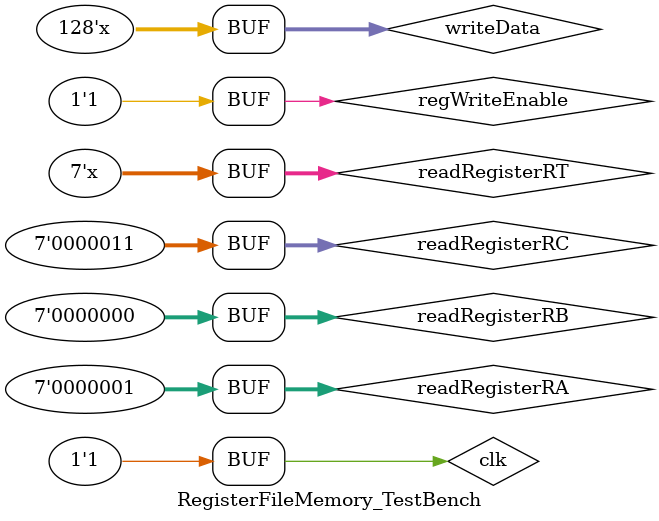
<source format=sv>

module RegisterFileMemory(readRegisterRB, readRegisterRA, readRegisterRT, readRegisterRC, writeData, regWriteEnable, clk, readDataRB, readDataRA, readDataRC);

input [6:0] readRegisterRB, readRegisterRA, readRegisterRT, readRegisterRC;
input [127:0] writeData;
input regWriteEnable, clk;

output reg [127:0] readDataRB, readDataRA, readDataRC;

reg [127:0] Memory_Register [0:127];

initial begin
	for (int i = 0; i <128; i++) begin
		Memory_Register[i] = 128'h00000000000000000000000000000000; // 24 hexadecimal numbers
	end

end

always @(posedge clk) begin
	if (regWriteEnable == 1) begin
		Memory_Register[readRegisterRT] <= writeData;
	end 
end

always @(negedge clk) begin
	readDataRB <= Memory_Register[readRegisterRB];
        readDataRA <= Memory_Register[readRegisterRA];
        readDataRC <= Memory_Register[readRegisterRC];
end
endmodule


module RegisterFileMemory_TestBench();

logic [6:0] readRegisterRB, readRegisterRA, readRegisterRT, readRegisterRC;
logic [127:0] writeData = 128'd54;
logic regWriteEnable;

logic clk;

logic [127:0] readDataRB, readDataRA, readDataRC;

initial begin
	regWriteEnable= 1;
	readRegisterRB = 7'd0;
	readRegisterRA = 7'd1;
	readRegisterRT = 7'd2;
	readRegisterRC = 7'd3;				
end

always begin  
	#10 clk = 0;
	#10 clk = 1;
end

always begin
	#10 writeData = writeData + 128'd10;
end
always begin	
	#10 readRegisterRT = readRegisterRT+1;
end

RegisterFileMemory RegFileMem(readRegisterRB, readRegisterRA, readRegisterRT, readRegisterRC, writeData, regWriteEnable, clk, readDataRB, readDataRA, readDataRC);

endmodule

</source>
